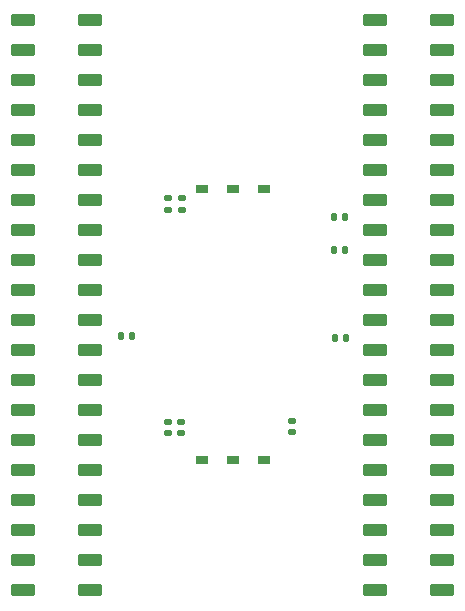
<source format=gbr>
%TF.GenerationSoftware,KiCad,Pcbnew,8.0.5*%
%TF.CreationDate,2024-10-25T04:59:59+02:00*%
%TF.ProjectId,breakout-tt02-cob,62726561-6b6f-4757-942d-747430322d63,2.2b*%
%TF.SameCoordinates,PX2dc6c00PY42c1d80*%
%TF.FileFunction,Paste,Top*%
%TF.FilePolarity,Positive*%
%FSLAX46Y46*%
G04 Gerber Fmt 4.6, Leading zero omitted, Abs format (unit mm)*
G04 Created by KiCad (PCBNEW 8.0.5) date 2024-10-25 04:59:59*
%MOMM*%
%LPD*%
G01*
G04 APERTURE LIST*
G04 Aperture macros list*
%AMRoundRect*
0 Rectangle with rounded corners*
0 $1 Rounding radius*
0 $2 $3 $4 $5 $6 $7 $8 $9 X,Y pos of 4 corners*
0 Add a 4 corners polygon primitive as box body*
4,1,4,$2,$3,$4,$5,$6,$7,$8,$9,$2,$3,0*
0 Add four circle primitives for the rounded corners*
1,1,$1+$1,$2,$3*
1,1,$1+$1,$4,$5*
1,1,$1+$1,$6,$7*
1,1,$1+$1,$8,$9*
0 Add four rect primitives between the rounded corners*
20,1,$1+$1,$2,$3,$4,$5,0*
20,1,$1+$1,$4,$5,$6,$7,0*
20,1,$1+$1,$6,$7,$8,$9,0*
20,1,$1+$1,$8,$9,$2,$3,0*%
G04 Aperture macros list end*
%ADD10RoundRect,0.102000X-0.898000X-0.408000X0.898000X-0.408000X0.898000X0.408000X-0.898000X0.408000X0*%
%ADD11RoundRect,0.140000X0.140000X0.170000X-0.140000X0.170000X-0.140000X-0.170000X0.140000X-0.170000X0*%
%ADD12RoundRect,0.140000X-0.140000X-0.170000X0.140000X-0.170000X0.140000X0.170000X-0.140000X0.170000X0*%
%ADD13RoundRect,0.140000X0.170000X-0.140000X0.170000X0.140000X-0.170000X0.140000X-0.170000X-0.140000X0*%
%ADD14R,1.100000X0.800000*%
%ADD15R,1.000000X0.800000*%
%ADD16RoundRect,0.140000X-0.170000X0.140000X-0.170000X-0.140000X0.170000X-0.140000X0.170000X0.140000X0*%
G04 APERTURE END LIST*
D10*
%TO.C,CON2*%
X34550000Y50380000D03*
X40250000Y50380000D03*
X34550000Y47840000D03*
X40250000Y47840000D03*
X34550000Y45300000D03*
X40250000Y45300000D03*
X34550000Y42760000D03*
X40250000Y42760000D03*
X34550000Y40220000D03*
X40250000Y40220000D03*
X34550000Y37680000D03*
X40250000Y37680000D03*
X34550000Y35140000D03*
X40250000Y35140000D03*
X34550000Y32600000D03*
X40250000Y32600000D03*
X34550000Y30060000D03*
X40250000Y30060000D03*
X34550000Y27520000D03*
X40250000Y27520000D03*
X34550000Y24980000D03*
X40250000Y24980000D03*
X34550000Y22440000D03*
X40250000Y22440000D03*
X34550000Y19900000D03*
X40250000Y19900000D03*
X34550000Y17360000D03*
X40250000Y17360000D03*
X34550000Y14820000D03*
X40250000Y14820000D03*
X34550000Y12280000D03*
X40250000Y12280000D03*
X34550000Y9740000D03*
X40250000Y9740000D03*
X34550000Y7200000D03*
X40250000Y7200000D03*
X34550000Y4660000D03*
X40250000Y4660000D03*
X34550000Y2120000D03*
X40250000Y2120000D03*
%TD*%
D11*
%TO.C,C9*%
X32060000Y33700000D03*
X31100000Y33700000D03*
%TD*%
D12*
%TO.C,C2*%
X13015000Y23700000D03*
X13975000Y23700000D03*
%TD*%
D13*
%TO.C,C3*%
X17050000Y15440000D03*
X17050000Y16400000D03*
%TD*%
D11*
%TO.C,C5*%
X32100000Y23500000D03*
X31140000Y23500000D03*
%TD*%
D13*
%TO.C,C4*%
X27500000Y15540000D03*
X27500000Y16500000D03*
%TD*%
D14*
%TO.C,U2*%
X19900000Y36125000D03*
D15*
X22550000Y36125000D03*
D14*
X25200000Y36125000D03*
%TD*%
D16*
%TO.C,C1*%
X17000000Y35310000D03*
X17000000Y34350000D03*
%TD*%
D11*
%TO.C,C6*%
X32060000Y30900000D03*
X31100000Y30900000D03*
%TD*%
D14*
%TO.C,U3*%
X19900000Y13125000D03*
D15*
X22550000Y13125000D03*
D14*
X25200000Y13125000D03*
%TD*%
D16*
%TO.C,C7*%
X18200000Y35310000D03*
X18200000Y34350000D03*
%TD*%
D10*
%TO.C,CON1*%
X4750000Y50380000D03*
X10450000Y50380000D03*
X4750000Y47840000D03*
X10450000Y47840000D03*
X4750000Y45300000D03*
X10450000Y45300000D03*
X4750000Y42760000D03*
X10450000Y42760000D03*
X4750000Y40220000D03*
X10450000Y40220000D03*
X4750000Y37680000D03*
X10450000Y37680000D03*
X4750000Y35140000D03*
X10450000Y35140000D03*
X4750000Y32600000D03*
X10450000Y32600000D03*
X4750000Y30060000D03*
X10450000Y30060000D03*
X4750000Y27520000D03*
X10450000Y27520000D03*
X4750000Y24980000D03*
X10450000Y24980000D03*
X4750000Y22440000D03*
X10450000Y22440000D03*
X4750000Y19900000D03*
X10450000Y19900000D03*
X4750000Y17360000D03*
X10450000Y17360000D03*
X4750000Y14820000D03*
X10450000Y14820000D03*
X4750000Y12280000D03*
X10450000Y12280000D03*
X4750000Y9740000D03*
X10450000Y9740000D03*
X4750000Y7200000D03*
X10450000Y7200000D03*
X4750000Y4660000D03*
X10450000Y4660000D03*
X4750000Y2120000D03*
X10450000Y2120000D03*
%TD*%
D13*
%TO.C,C8*%
X18150000Y15440000D03*
X18150000Y16400000D03*
%TD*%
M02*

</source>
